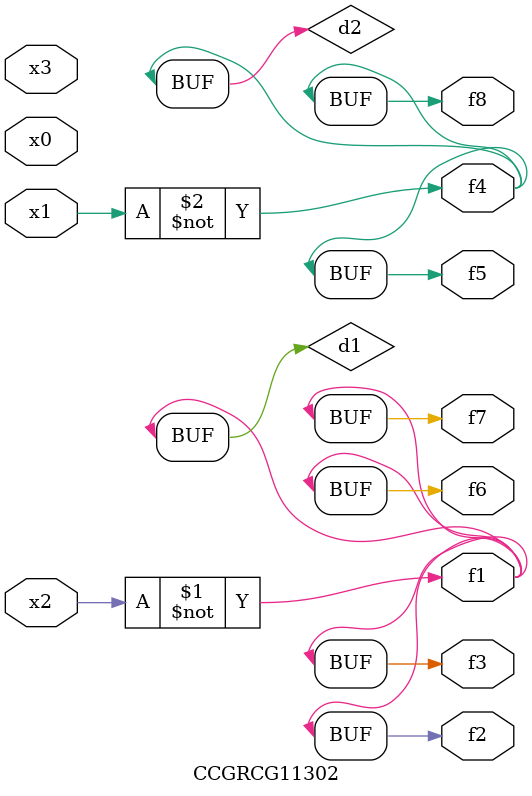
<source format=v>
module CCGRCG11302(
	input x0, x1, x2, x3,
	output f1, f2, f3, f4, f5, f6, f7, f8
);

	wire d1, d2;

	xnor (d1, x2);
	not (d2, x1);
	assign f1 = d1;
	assign f2 = d1;
	assign f3 = d1;
	assign f4 = d2;
	assign f5 = d2;
	assign f6 = d1;
	assign f7 = d1;
	assign f8 = d2;
endmodule

</source>
